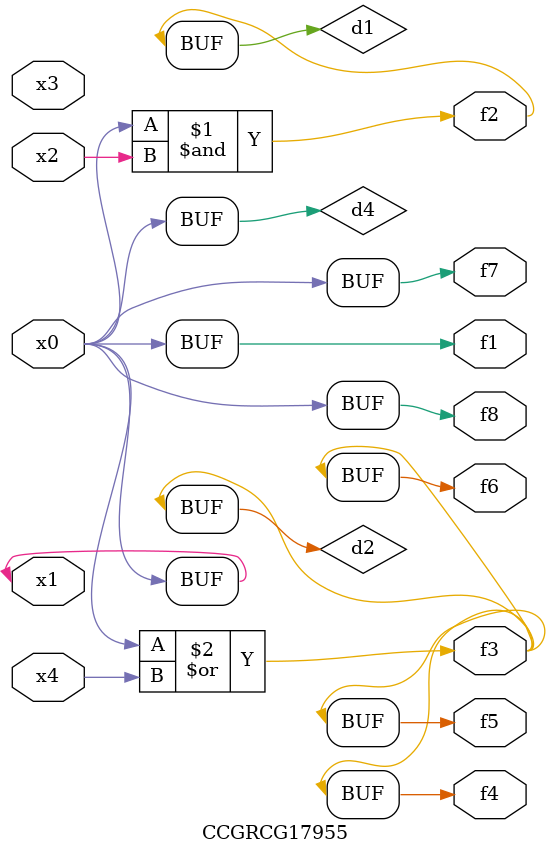
<source format=v>
module CCGRCG17955(
	input x0, x1, x2, x3, x4,
	output f1, f2, f3, f4, f5, f6, f7, f8
);

	wire d1, d2, d3, d4;

	and (d1, x0, x2);
	or (d2, x0, x4);
	nand (d3, x0, x2);
	buf (d4, x0, x1);
	assign f1 = d4;
	assign f2 = d1;
	assign f3 = d2;
	assign f4 = d2;
	assign f5 = d2;
	assign f6 = d2;
	assign f7 = d4;
	assign f8 = d4;
endmodule

</source>
